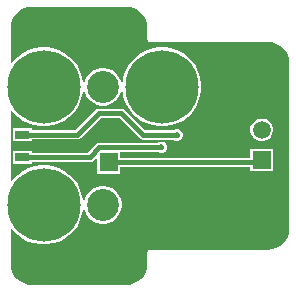
<source format=gbl>
G04*
G04 #@! TF.GenerationSoftware,Altium Limited,Altium Designer,21.7.2 (23)*
G04*
G04 Layer_Physical_Order=2*
G04 Layer_Color=16711680*
%FSLAX25Y25*%
%MOIN*%
G70*
G04*
G04 #@! TF.SameCoordinates,2E91784B-995A-45F4-8D6C-50379365C1DD*
G04*
G04*
G04 #@! TF.FilePolarity,Positive*
G04*
G01*
G75*
%ADD25C,0.01500*%
%ADD26C,0.05906*%
%ADD27R,0.05906X0.05906*%
%ADD28C,0.01968*%
%ADD29C,0.10630*%
%ADD30C,0.24410*%
%ADD31R,0.04921X0.02756*%
G36*
X367995Y352185D02*
X369370Y352049D01*
X370691Y351648D01*
X371909Y350997D01*
X372977Y350121D01*
X373853Y349054D01*
X374504Y347835D01*
X374905Y346514D01*
X375041Y345139D01*
X375041D01*
Y341202D01*
X375104Y340885D01*
X375283Y340616D01*
X375552Y340437D01*
X375869Y340374D01*
X415239D01*
Y340374D01*
X416614Y340238D01*
X417935Y339837D01*
X419153Y339186D01*
X420221Y338310D01*
X421097Y337243D01*
X421748Y336024D01*
X422149Y334703D01*
X422285Y333328D01*
X422285D01*
Y278210D01*
X422285D01*
X422149Y276835D01*
X421748Y275514D01*
X421097Y274296D01*
X420221Y273228D01*
X419153Y272352D01*
X417935Y271701D01*
X416614Y271300D01*
X415239Y271164D01*
Y271164D01*
X375869D01*
X375552Y271101D01*
X375283Y270922D01*
X375104Y270653D01*
X375041Y270336D01*
Y266399D01*
X375041D01*
X374905Y265024D01*
X374504Y263703D01*
X373853Y262485D01*
X372977Y261417D01*
X371909Y260541D01*
X370691Y259890D01*
X369370Y259489D01*
X367995Y259353D01*
Y259353D01*
X336499D01*
Y259353D01*
X335124Y259489D01*
X333803Y259890D01*
X332585Y260541D01*
X331517Y261417D01*
X330641Y262485D01*
X329990Y263703D01*
X329589Y265024D01*
X329453Y266399D01*
X329453D01*
Y277953D01*
X329929Y278108D01*
X330376Y277492D01*
X331844Y276024D01*
X333524Y274804D01*
X335373Y273861D01*
X337348Y273220D01*
X339398Y272895D01*
X341474D01*
X343524Y273220D01*
X345499Y273861D01*
X347348Y274804D01*
X349028Y276024D01*
X350496Y277492D01*
X351716Y279171D01*
X352659Y281021D01*
X353300Y282996D01*
X353523Y284403D01*
X354031Y284413D01*
X354064Y284247D01*
X354539Y283100D01*
X355228Y282069D01*
X356105Y281191D01*
X357137Y280502D01*
X358284Y280027D01*
X359501Y279785D01*
X360741D01*
X361959Y280027D01*
X363105Y280502D01*
X364137Y281191D01*
X365014Y282069D01*
X365703Y283100D01*
X366178Y284247D01*
X366420Y285464D01*
Y286704D01*
X366178Y287922D01*
X365703Y289068D01*
X365014Y290100D01*
X364137Y290977D01*
X363105Y291666D01*
X361959Y292141D01*
X360741Y292383D01*
X359501D01*
X358284Y292141D01*
X357137Y291666D01*
X356105Y290977D01*
X355228Y290100D01*
X354539Y289068D01*
X354064Y287922D01*
X354031Y287755D01*
X353523Y287765D01*
X353300Y289173D01*
X352659Y291147D01*
X351716Y292997D01*
X350496Y294676D01*
X349028Y296144D01*
X347348Y297364D01*
X345499Y298307D01*
X343524Y298948D01*
X341474Y299273D01*
X339398D01*
X337348Y298948D01*
X335373Y298307D01*
X333524Y297364D01*
X331844Y296144D01*
X330376Y294676D01*
X329929Y294061D01*
X329453Y294215D01*
Y317323D01*
X329929Y317478D01*
X330376Y316862D01*
X331844Y315394D01*
X333524Y314174D01*
X335373Y313231D01*
X337348Y312590D01*
X339398Y312265D01*
X341474D01*
X343524Y312590D01*
X345499Y313231D01*
X347348Y314174D01*
X349028Y315394D01*
X350496Y316862D01*
X351716Y318542D01*
X352659Y320391D01*
X353300Y322366D01*
X353523Y323773D01*
X354031Y323783D01*
X354064Y323617D01*
X354539Y322470D01*
X355228Y321439D01*
X356105Y320561D01*
X357137Y319872D01*
X358284Y319397D01*
X359501Y319155D01*
X360741D01*
X361959Y319397D01*
X363105Y319872D01*
X364137Y320561D01*
X365014Y321439D01*
X365703Y322470D01*
X366178Y323617D01*
X366211Y323783D01*
X366719Y323773D01*
X366942Y322366D01*
X367583Y320391D01*
X368526Y318542D01*
X369746Y316862D01*
X371214Y315394D01*
X372894Y314174D01*
X374743Y313231D01*
X376718Y312590D01*
X378768Y312265D01*
X380844D01*
X382894Y312590D01*
X384869Y313231D01*
X386719Y314174D01*
X388398Y315394D01*
X389866Y316862D01*
X391086Y318542D01*
X392029Y320391D01*
X392670Y322366D01*
X392995Y324416D01*
Y326492D01*
X392670Y328542D01*
X392029Y330517D01*
X391086Y332367D01*
X389866Y334046D01*
X388398Y335514D01*
X386719Y336734D01*
X384869Y337677D01*
X382894Y338318D01*
X380844Y338643D01*
X378768D01*
X376718Y338318D01*
X374743Y337677D01*
X372894Y336734D01*
X371214Y335514D01*
X369746Y334046D01*
X368526Y332367D01*
X367583Y330517D01*
X366942Y328542D01*
X366719Y327135D01*
X366211Y327126D01*
X366178Y327291D01*
X365703Y328438D01*
X365014Y329470D01*
X364137Y330347D01*
X363105Y331036D01*
X361959Y331511D01*
X360741Y331753D01*
X359501D01*
X358284Y331511D01*
X357137Y331036D01*
X356105Y330347D01*
X355228Y329470D01*
X354539Y328438D01*
X354064Y327291D01*
X354031Y327126D01*
X353523Y327135D01*
X353300Y328542D01*
X352659Y330517D01*
X351716Y332367D01*
X350496Y334046D01*
X349028Y335514D01*
X347348Y336734D01*
X345499Y337677D01*
X343524Y338318D01*
X341474Y338643D01*
X339398D01*
X337348Y338318D01*
X335373Y337677D01*
X333524Y336734D01*
X331844Y335514D01*
X330376Y334046D01*
X329929Y333431D01*
X329453Y333585D01*
Y345139D01*
X329453D01*
X329589Y346514D01*
X329990Y347835D01*
X330641Y349054D01*
X331517Y350121D01*
X332585Y350997D01*
X333803Y351648D01*
X335124Y352049D01*
X336499Y352185D01*
Y352185D01*
X367995D01*
Y352185D01*
D02*
G37*
%LPC*%
G36*
X366300Y318167D02*
X358800D01*
X358200Y318048D01*
X357692Y317708D01*
X350991Y311008D01*
X336611D01*
Y311606D01*
X330115D01*
Y307275D01*
X336611D01*
Y307873D01*
X351640D01*
X352240Y307992D01*
X352749Y308332D01*
X359449Y315033D01*
X365651D01*
X372392Y308292D01*
X372900Y307952D01*
X373500Y307833D01*
X383584D01*
X383685Y307731D01*
X384408Y307432D01*
X385192D01*
X385915Y307731D01*
X386469Y308285D01*
X386769Y309008D01*
Y309792D01*
X386469Y310515D01*
X385915Y311069D01*
X385192Y311368D01*
X384408D01*
X383685Y311069D01*
X383584Y310967D01*
X374149D01*
X367408Y317708D01*
X366900Y318048D01*
X366800Y318068D01*
X366300Y318167D01*
D02*
G37*
G36*
X413592Y314840D02*
X412608D01*
X411656Y314585D01*
X410804Y314093D01*
X410107Y313397D01*
X409615Y312544D01*
X409360Y311592D01*
Y310608D01*
X409615Y309656D01*
X410107Y308804D01*
X410804Y308107D01*
X411656Y307615D01*
X412608Y307360D01*
X413592D01*
X414544Y307615D01*
X415396Y308107D01*
X416093Y308804D01*
X416585Y309656D01*
X416840Y310608D01*
Y311592D01*
X416585Y312544D01*
X416093Y313397D01*
X415396Y314093D01*
X414544Y314585D01*
X413592Y314840D01*
D02*
G37*
G36*
X379992Y307169D02*
X379208D01*
X378485Y306869D01*
X378384Y306768D01*
X359020D01*
X358420Y306648D01*
X357912Y306308D01*
X355131Y303527D01*
X336611D01*
Y304125D01*
X330115D01*
Y299795D01*
X336611D01*
Y300392D01*
X355780D01*
X356380Y300512D01*
X356889Y300851D01*
X357898Y301861D01*
X358360Y301670D01*
Y296460D01*
X365840D01*
Y298633D01*
X409360D01*
Y297360D01*
X416840D01*
Y304840D01*
X409360D01*
Y301767D01*
X365840D01*
Y303632D01*
X378384D01*
X378485Y303531D01*
X379208Y303232D01*
X379992D01*
X380715Y303531D01*
X381269Y304085D01*
X381569Y304808D01*
Y305592D01*
X381269Y306315D01*
X380715Y306869D01*
X379992Y307169D01*
D02*
G37*
%LPD*%
D25*
X355780Y301960D02*
X359020Y305200D01*
X379600D01*
X351640Y309440D02*
X358800Y316600D01*
X366300D02*
X373500Y309400D01*
X358800Y316600D02*
X366300D01*
X373500Y309400D02*
X384800D01*
X333363Y309440D02*
X351640D01*
X412200Y300200D02*
X413100Y301100D01*
X362100Y300200D02*
X412200D01*
X333363Y301960D02*
X355780D01*
D26*
X362100Y310200D02*
D03*
X413100Y311100D02*
D03*
D27*
X362100Y300200D02*
D03*
X413100Y301100D02*
D03*
D28*
X379600Y305200D02*
D03*
X384800Y309400D02*
D03*
D29*
X360121Y286084D02*
D03*
Y325454D02*
D03*
D30*
X340436Y286084D02*
D03*
Y325454D02*
D03*
X379806D02*
D03*
Y286084D02*
D03*
D31*
X333363Y301960D02*
D03*
Y309440D02*
D03*
X341237Y305700D02*
D03*
M02*

</source>
